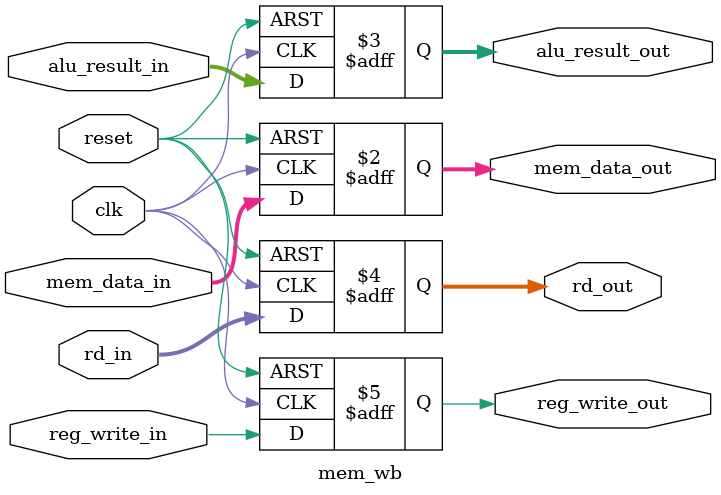
<source format=v>
module mem_wb(
    input clk,
    input reset,
    input [15:0] mem_data_in,
    input [15:0] alu_result_in,
    input [3:0] rd_in,
    input reg_write_in,
    output reg [15:0] mem_data_out,
    output reg [15:0] alu_result_out,
    output reg [3:0] rd_out,
    output reg reg_write_out
);

always @(posedge clk or posedge reset) begin
    if (reset) begin
        mem_data_out <= 16'b0;
        alu_result_out <= 16'b0;
        rd_out <= 4'b0;
        reg_write_out <= 0;
    end else begin
        mem_data_out <= mem_data_in;
        alu_result_out <= alu_result_in;
        rd_out <= rd_in;
        reg_write_out <= reg_write_in;
    end
end

endmodule

</source>
